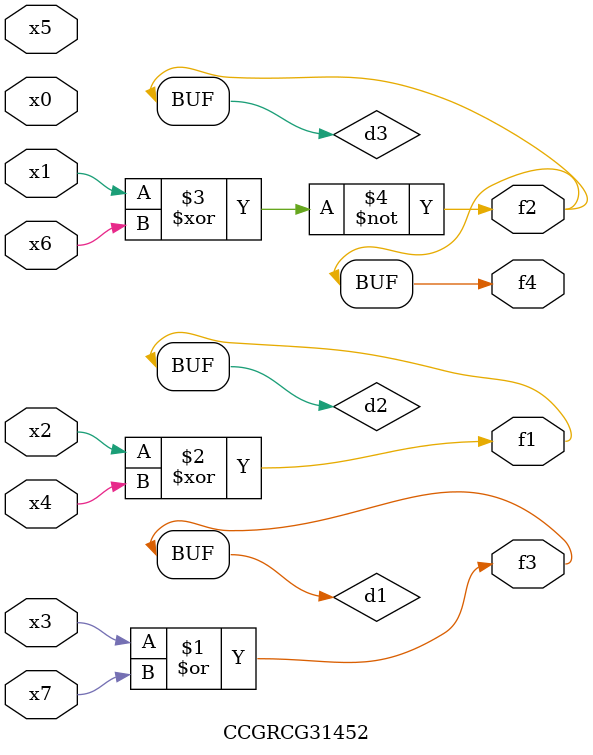
<source format=v>
module CCGRCG31452(
	input x0, x1, x2, x3, x4, x5, x6, x7,
	output f1, f2, f3, f4
);

	wire d1, d2, d3;

	or (d1, x3, x7);
	xor (d2, x2, x4);
	xnor (d3, x1, x6);
	assign f1 = d2;
	assign f2 = d3;
	assign f3 = d1;
	assign f4 = d3;
endmodule

</source>
